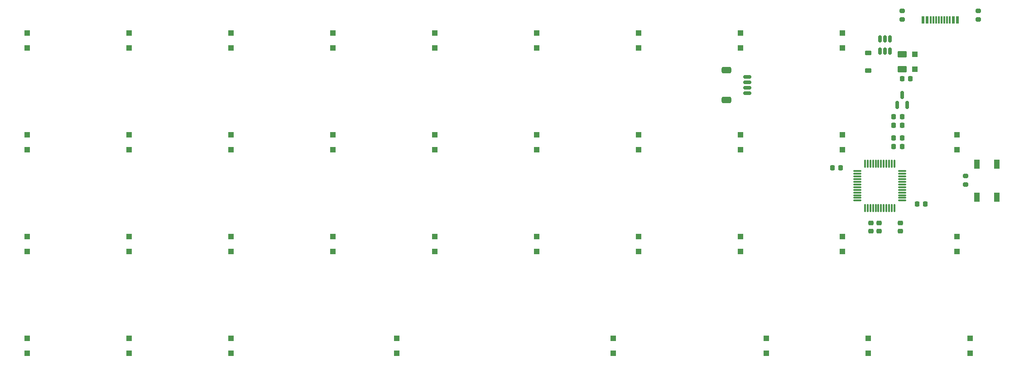
<source format=gbr>
%TF.GenerationSoftware,KiCad,Pcbnew,(7.0.0)*%
%TF.CreationDate,2023-10-03T20:22:14+02:00*%
%TF.ProjectId,qorthoz,716f7274-686f-47a2-9e6b-696361645f70,rev?*%
%TF.SameCoordinates,Original*%
%TF.FileFunction,Paste,Bot*%
%TF.FilePolarity,Positive*%
%FSLAX46Y46*%
G04 Gerber Fmt 4.6, Leading zero omitted, Abs format (unit mm)*
G04 Created by KiCad (PCBNEW (7.0.0)) date 2023-10-03 20:22:14*
%MOMM*%
%LPD*%
G01*
G04 APERTURE LIST*
G04 Aperture macros list*
%AMRoundRect*
0 Rectangle with rounded corners*
0 $1 Rounding radius*
0 $2 $3 $4 $5 $6 $7 $8 $9 X,Y pos of 4 corners*
0 Add a 4 corners polygon primitive as box body*
4,1,4,$2,$3,$4,$5,$6,$7,$8,$9,$2,$3,0*
0 Add four circle primitives for the rounded corners*
1,1,$1+$1,$2,$3*
1,1,$1+$1,$4,$5*
1,1,$1+$1,$6,$7*
1,1,$1+$1,$8,$9*
0 Add four rect primitives between the rounded corners*
20,1,$1+$1,$2,$3,$4,$5,0*
20,1,$1+$1,$4,$5,$6,$7,0*
20,1,$1+$1,$6,$7,$8,$9,0*
20,1,$1+$1,$8,$9,$2,$3,0*%
G04 Aperture macros list end*
%ADD10RoundRect,0.150000X0.150000X-0.512500X0.150000X0.512500X-0.150000X0.512500X-0.150000X-0.512500X0*%
%ADD11R,0.600000X1.450000*%
%ADD12R,0.300000X1.450000*%
%ADD13RoundRect,0.250000X0.300000X-0.300000X0.300000X0.300000X-0.300000X0.300000X-0.300000X-0.300000X0*%
%ADD14RoundRect,0.225000X0.225000X0.250000X-0.225000X0.250000X-0.225000X-0.250000X0.225000X-0.250000X0*%
%ADD15RoundRect,0.150000X0.150000X-0.587500X0.150000X0.587500X-0.150000X0.587500X-0.150000X-0.587500X0*%
%ADD16RoundRect,0.225000X-0.225000X-0.250000X0.225000X-0.250000X0.225000X0.250000X-0.225000X0.250000X0*%
%ADD17R,1.100000X1.800000*%
%ADD18RoundRect,0.225000X-0.250000X0.225000X-0.250000X-0.225000X0.250000X-0.225000X0.250000X0.225000X0*%
%ADD19RoundRect,0.225000X0.375000X-0.225000X0.375000X0.225000X-0.375000X0.225000X-0.375000X-0.225000X0*%
%ADD20RoundRect,0.200000X0.275000X-0.200000X0.275000X0.200000X-0.275000X0.200000X-0.275000X-0.200000X0*%
%ADD21RoundRect,0.200000X-0.275000X0.200000X-0.275000X-0.200000X0.275000X-0.200000X0.275000X0.200000X0*%
%ADD22RoundRect,0.150000X0.625000X-0.150000X0.625000X0.150000X-0.625000X0.150000X-0.625000X-0.150000X0*%
%ADD23RoundRect,0.250000X0.650000X-0.350000X0.650000X0.350000X-0.650000X0.350000X-0.650000X-0.350000X0*%
%ADD24RoundRect,0.075000X0.075000X-0.662500X0.075000X0.662500X-0.075000X0.662500X-0.075000X-0.662500X0*%
%ADD25RoundRect,0.075000X0.662500X-0.075000X0.662500X0.075000X-0.662500X0.075000X-0.662500X-0.075000X0*%
%ADD26RoundRect,0.250000X-0.300000X0.300000X-0.300000X-0.300000X0.300000X-0.300000X0.300000X0.300000X0*%
%ADD27RoundRect,0.250000X-0.625000X0.375000X-0.625000X-0.375000X0.625000X-0.375000X0.625000X0.375000X0*%
G04 APERTURE END LIST*
D10*
%TO.C,U1*%
X202562500Y-32093750D03*
X201612500Y-32093750D03*
X200662500Y-32093750D03*
X200662500Y-29818750D03*
X201612500Y-29818750D03*
X202562500Y-29818750D03*
%TD*%
D11*
%TO.C,J1*%
X208681249Y-26269999D03*
X209481249Y-26269999D03*
D12*
X210681249Y-26269999D03*
X211681249Y-26269999D03*
X212181249Y-26269999D03*
X213181249Y-26269999D03*
D11*
X214381249Y-26269999D03*
X215181249Y-26269999D03*
X215181249Y-26269999D03*
X214381249Y-26269999D03*
D12*
X213681249Y-26269999D03*
X212681249Y-26269999D03*
X211181249Y-26269999D03*
X210181249Y-26269999D03*
D11*
X209481249Y-26269999D03*
X208681249Y-26269999D03*
%TD*%
D13*
%TO.C,D30*%
X215106250Y-69662500D03*
X215106250Y-66862500D03*
%TD*%
D14*
%TO.C,C6*%
X193301431Y-53984079D03*
X191751431Y-53984079D03*
%TD*%
D13*
%TO.C,D26*%
X136525000Y-69662500D03*
X136525000Y-66862500D03*
%TD*%
%TO.C,D34*%
X110331250Y-88712500D03*
X110331250Y-85912500D03*
%TD*%
%TO.C,D21*%
X41275000Y-69662500D03*
X41275000Y-66862500D03*
%TD*%
%TO.C,D15*%
X117475000Y-50612500D03*
X117475000Y-47812500D03*
%TD*%
D15*
%TO.C,U3*%
X205756250Y-42212500D03*
X203856250Y-42212500D03*
X204806250Y-40337500D03*
%TD*%
D16*
%TO.C,C8*%
X207626431Y-60749257D03*
X209176431Y-60749257D03*
%TD*%
D13*
%TO.C,D12*%
X60325000Y-50612500D03*
X60325000Y-47812500D03*
%TD*%
%TO.C,D27*%
X155575000Y-69662500D03*
X155575000Y-66862500D03*
%TD*%
%TO.C,D35*%
X150812500Y-88712500D03*
X150812500Y-85912500D03*
%TD*%
%TO.C,D3*%
X79375000Y-31562500D03*
X79375000Y-28762500D03*
%TD*%
%TO.C,D29*%
X193675000Y-69662500D03*
X193675000Y-66862500D03*
%TD*%
D17*
%TO.C,SW1*%
X222512499Y-59456249D03*
X222512499Y-53256249D03*
X218812499Y-59456249D03*
X218812499Y-53256249D03*
%TD*%
D14*
%TO.C,C1*%
X206356250Y-37306250D03*
X204806250Y-37306250D03*
%TD*%
D13*
%TO.C,D28*%
X174625000Y-69662500D03*
X174625000Y-66862500D03*
%TD*%
%TO.C,D23*%
X79375000Y-69662500D03*
X79375000Y-66862500D03*
%TD*%
%TO.C,D16*%
X136525000Y-50612500D03*
X136525000Y-47812500D03*
%TD*%
%TO.C,D8*%
X174625000Y-31562500D03*
X174625000Y-28762500D03*
%TD*%
D14*
%TO.C,C2*%
X204787500Y-44450000D03*
X203237500Y-44450000D03*
%TD*%
D16*
%TO.C,C9*%
X203237500Y-50006250D03*
X204787500Y-50006250D03*
%TD*%
D13*
%TO.C,D11*%
X41275000Y-50612500D03*
X41275000Y-47812500D03*
%TD*%
D18*
%TO.C,C10*%
X200536431Y-64302829D03*
X200536431Y-65852829D03*
%TD*%
D19*
%TO.C,D_PWR1*%
X198437500Y-35781250D03*
X198437500Y-32481250D03*
%TD*%
D13*
%TO.C,D33*%
X79375000Y-88712500D03*
X79375000Y-85912500D03*
%TD*%
D18*
%TO.C,C7*%
X204521075Y-64303146D03*
X204521075Y-65853146D03*
%TD*%
D13*
%TO.C,D13*%
X79375000Y-50612500D03*
X79375000Y-47812500D03*
%TD*%
%TO.C,D20*%
X215106250Y-50612500D03*
X215106250Y-47812500D03*
%TD*%
D16*
%TO.C,C4*%
X203237500Y-48418750D03*
X204787500Y-48418750D03*
%TD*%
D13*
%TO.C,D37*%
X198437500Y-88712500D03*
X198437500Y-85912500D03*
%TD*%
%TO.C,D25*%
X117475000Y-69662500D03*
X117475000Y-66862500D03*
%TD*%
D20*
%TO.C,R3*%
X216693750Y-57150000D03*
X216693750Y-55500000D03*
%TD*%
D21*
%TO.C,R2*%
X219075000Y-24575000D03*
X219075000Y-26225000D03*
%TD*%
D13*
%TO.C,D31*%
X41275000Y-88712500D03*
X41275000Y-85912500D03*
%TD*%
%TO.C,D1*%
X41275000Y-31562500D03*
X41275000Y-28762500D03*
%TD*%
%TO.C,D38*%
X217487500Y-88712500D03*
X217487500Y-85912500D03*
%TD*%
%TO.C,D5*%
X117475000Y-31562500D03*
X117475000Y-28762500D03*
%TD*%
D21*
%TO.C,R1*%
X204787500Y-24575000D03*
X204787500Y-26225000D03*
%TD*%
D13*
%TO.C,D18*%
X174625000Y-50612500D03*
X174625000Y-47812500D03*
%TD*%
%TO.C,D22*%
X60325000Y-69662500D03*
X60325000Y-66862500D03*
%TD*%
%TO.C,D17*%
X155575000Y-50612500D03*
X155575000Y-47812500D03*
%TD*%
D18*
%TO.C,C5*%
X198948931Y-64302829D03*
X198948931Y-65852829D03*
%TD*%
D16*
%TO.C,C3*%
X203237500Y-46037500D03*
X204787500Y-46037500D03*
%TD*%
D22*
%TO.C,J3*%
X175831250Y-39975000D03*
X175831250Y-38975000D03*
X175831250Y-37975000D03*
X175831250Y-36975000D03*
D23*
X171956250Y-41275000D03*
X171956250Y-35675000D03*
%TD*%
D13*
%TO.C,D19*%
X193675000Y-50612500D03*
X193675000Y-47812500D03*
%TD*%
%TO.C,D14*%
X98425000Y-50612500D03*
X98425000Y-47812500D03*
%TD*%
D24*
%TO.C,U2*%
X203376431Y-61515329D03*
X202876431Y-61515329D03*
X202376431Y-61515329D03*
X201876431Y-61515329D03*
X201376431Y-61515329D03*
X200876431Y-61515329D03*
X200376431Y-61515329D03*
X199876431Y-61515329D03*
X199376431Y-61515329D03*
X198876431Y-61515329D03*
X198376431Y-61515329D03*
X197876431Y-61515329D03*
D25*
X196463931Y-60102829D03*
X196463931Y-59602829D03*
X196463931Y-59102829D03*
X196463931Y-58602829D03*
X196463931Y-58102829D03*
X196463931Y-57602829D03*
X196463931Y-57102829D03*
X196463931Y-56602829D03*
X196463931Y-56102829D03*
X196463931Y-55602829D03*
X196463931Y-55102829D03*
X196463931Y-54602829D03*
D24*
X197876431Y-53190329D03*
X198376431Y-53190329D03*
X198876431Y-53190329D03*
X199376431Y-53190329D03*
X199876431Y-53190329D03*
X200376431Y-53190329D03*
X200876431Y-53190329D03*
X201376431Y-53190329D03*
X201876431Y-53190329D03*
X202376431Y-53190329D03*
X202876431Y-53190329D03*
X203376431Y-53190329D03*
D25*
X204788931Y-54602829D03*
X204788931Y-55102829D03*
X204788931Y-55602829D03*
X204788931Y-56102829D03*
X204788931Y-56602829D03*
X204788931Y-57102829D03*
X204788931Y-57602829D03*
X204788931Y-58102829D03*
X204788931Y-58602829D03*
X204788931Y-59102829D03*
X204788931Y-59602829D03*
X204788931Y-60102829D03*
%TD*%
D26*
%TO.C,D10*%
X207168750Y-32731250D03*
X207168750Y-35531250D03*
%TD*%
D13*
%TO.C,D9*%
X193675000Y-31562500D03*
X193675000Y-28762500D03*
%TD*%
%TO.C,D7*%
X155575000Y-31562500D03*
X155575000Y-28762500D03*
%TD*%
%TO.C,D36*%
X179387500Y-88712500D03*
X179387500Y-85912500D03*
%TD*%
%TO.C,D32*%
X60325000Y-88712500D03*
X60325000Y-85912500D03*
%TD*%
D27*
%TO.C,F1*%
X204787500Y-32731250D03*
X204787500Y-35531250D03*
%TD*%
D13*
%TO.C,D2*%
X60325000Y-31562500D03*
X60325000Y-28762500D03*
%TD*%
%TO.C,D4*%
X98425000Y-31562500D03*
X98425000Y-28762500D03*
%TD*%
%TO.C,D6*%
X136525000Y-31562500D03*
X136525000Y-28762500D03*
%TD*%
%TO.C,D24*%
X98425000Y-69662500D03*
X98425000Y-66862500D03*
%TD*%
M02*

</source>
